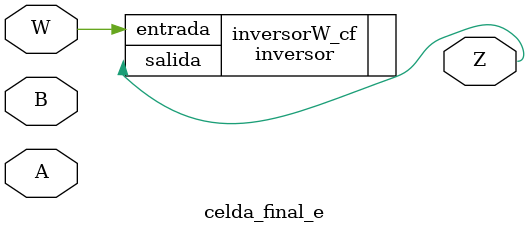
<source format=v>
module celda_final_e (
    input wire W,
    input wire A,
    input wire B,
    output wire Z
);

// Cable para conectar a la compuerta 
wire W_neg;

// INVERSOR PARA GENERAR !W que al final se obitne Z=!W
inversor inversorW_cf (
    .entrada(W),
    .salida(Z)
 );
endmodule
</source>
